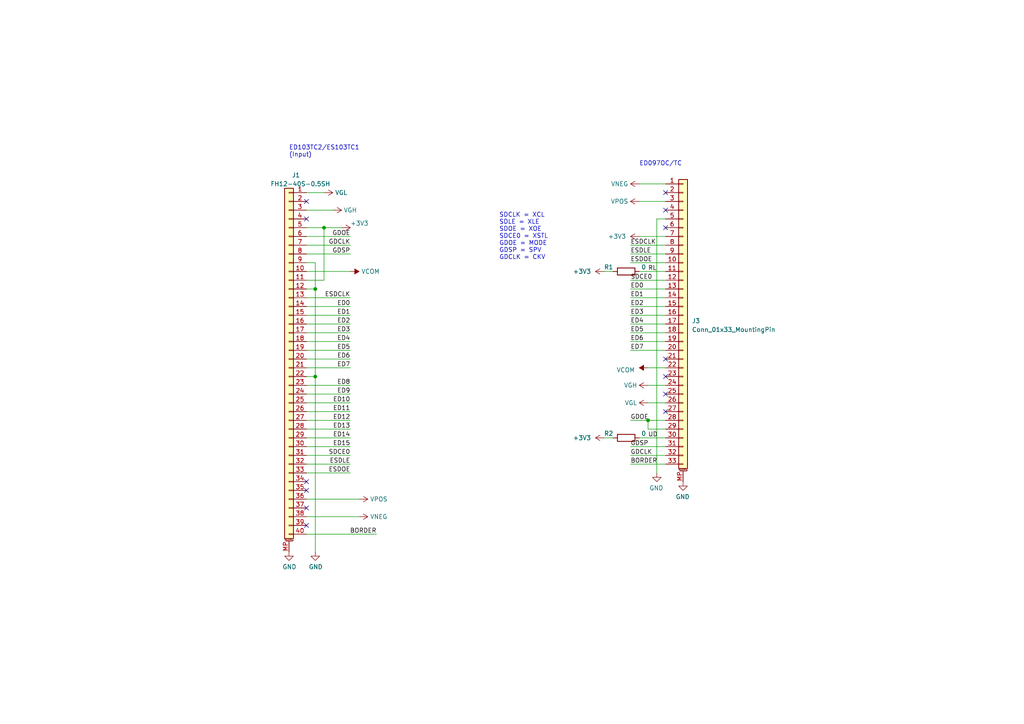
<source format=kicad_sch>
(kicad_sch (version 20231120) (generator "eeschema") (generator_version "8.0")
  (paper "A4")
  (lib_symbols
    (symbol "Connector_Generic_MountingPin:Conn_01x33_MountingPin" (pin_names (offset 1.016) hide)
      (property "Reference" "J" (at 0 43.18 0))
      (property "Value" "Conn_01x33_MountingPin" (at 1.27 -43.18 0))
      (symbol "Conn_01x33_MountingPin_1_1"
        (rectangle (start -1.27 -40.513) (end 0 -40.767) (stroke (width 0.1524)))
        (rectangle (start -1.27 -37.973) (end 0 -38.227) (stroke (width 0.1524)))
        (rectangle (start -1.27 -35.433) (end 0 -35.687) (stroke (width 0.1524)))
        (rectangle (start -1.27 -32.893) (end 0 -33.147) (stroke (width 0.1524)))
        (rectangle (start -1.27 -30.353) (end 0 -30.607) (stroke (width 0.1524)))
        (rectangle (start -1.27 -27.813) (end 0 -28.067) (stroke (width 0.1524)))
        (rectangle (start -1.27 -25.273) (end 0 -25.527) (stroke (width 0.1524)))
        (rectangle (start -1.27 -22.733) (end 0 -22.987) (stroke (width 0.1524)))
        (rectangle (start -1.27 -20.193) (end 0 -20.447) (stroke (width 0.1524)))
        (rectangle (start -1.27 -17.653) (end 0 -17.907) (stroke (width 0.1524)))
        (rectangle (start -1.27 -15.113) (end 0 -15.367) (stroke (width 0.1524)))
        (rectangle (start -1.27 -12.573) (end 0 -12.827) (stroke (width 0.1524)))
        (rectangle (start -1.27 -10.033) (end 0 -10.287) (stroke (width 0.1524)))
        (rectangle (start -1.27 -7.493) (end 0 -7.747) (stroke (width 0.1524)))
        (rectangle (start -1.27 -4.953) (end 0 -5.207) (stroke (width 0.1524)))
        (rectangle (start -1.27 -2.413) (end 0 -2.667) (stroke (width 0.1524)))
        (rectangle (start -1.27 0.127) (end 0 -0.127) (stroke (width 0.1524)))
        (rectangle (start -1.27 2.667) (end 0 2.413) (stroke (width 0.1524)))
        (rectangle (start -1.27 5.207) (end 0 4.953) (stroke (width 0.1524)))
        (rectangle (start -1.27 7.747) (end 0 7.493) (stroke (width 0.1524)))
        (rectangle (start -1.27 10.287) (end 0 10.033) (stroke (width 0.1524)))
        (rectangle (start -1.27 12.827) (end 0 12.573) (stroke (width 0.1524)))
        (rectangle (start -1.27 15.367) (end 0 15.113) (stroke (width 0.1524)))
        (rectangle (start -1.27 17.907) (end 0 17.653) (stroke (width 0.1524)))
        (rectangle (start -1.27 20.447) (end 0 20.193) (stroke (width 0.1524)))
        (rectangle (start -1.27 22.987) (end 0 22.733) (stroke (width 0.1524)))
        (rectangle (start -1.27 25.527) (end 0 25.273) (stroke (width 0.1524)))
        (rectangle (start -1.27 28.067) (end 0 27.813) (stroke (width 0.1524)))
        (rectangle (start -1.27 30.607) (end 0 30.353) (stroke (width 0.1524)))
        (rectangle (start -1.27 33.147) (end 0 32.893) (stroke (width 0.1524)))
        (rectangle (start -1.27 35.687) (end 0 35.433) (stroke (width 0.1524)))
        (rectangle (start -1.27 38.227) (end 0 37.973) (stroke (width 0.1524)))
        (rectangle (start -1.27 40.767) (end 0 40.513) (stroke (width 0.1524)))
        (rectangle (start -1.27 41.91) (end 1.27 -41.91) (stroke (width 0.254)) (fill (type background)))
        (polyline (pts (xy -1.016 -42.672) (xy 1.016 -42.672)) (stroke (width 0.1524)))
        (text "Mounting" (at 0 -42.291 0) (effects (font (size 0.381 0.381))))
        (pin passive line (at -5.08 40.64 0) (length 3.81) (name "Pin_1") (number "1"))
        (pin passive line (at -5.08 17.78 0) (length 3.81) (name "Pin_10") (number "10"))
        (pin passive line (at -5.08 15.24 0) (length 3.81) (name "Pin_11") (number "11"))
        (pin passive line (at -5.08 12.7 0) (length 3.81) (name "Pin_12") (number "12"))
        (pin passive line (at -5.08 10.16 0) (length 3.81) (name "Pin_13") (number "13"))
        (pin passive line (at -5.08 7.62 0) (length 3.81) (name "Pin_14") (number "14"))
        (pin passive line (at -5.08 5.08 0) (length 3.81) (name "Pin_15") (number "15"))
        (pin passive line (at -5.08 2.54 0) (length 3.81) (name "Pin_16") (number "16"))
        (pin passive line (at -5.08 0 0) (length 3.81) (name "Pin_17") (number "17"))
        (pin passive line (at -5.08 -2.54 0) (length 3.81) (name "Pin_18") (number "18"))
        (pin passive line (at -5.08 -5.08 0) (length 3.81) (name "Pin_19") (number "19"))
        (pin passive line (at -5.08 38.1 0) (length 3.81) (name "Pin_2") (number "2"))
        (pin passive line (at -5.08 -7.62 0) (length 3.81) (name "Pin_20") (number "20"))
        (pin passive line (at -5.08 -10.16 0) (length 3.81) (name "Pin_21") (number "21"))
        (pin passive line (at -5.08 -12.7 0) (length 3.81) (name "Pin_22") (number "22"))
        (pin passive line (at -5.08 -15.24 0) (length 3.81) (name "Pin_23") (number "23"))
        (pin passive line (at -5.08 -17.78 0) (length 3.81) (name "Pin_24") (number "24"))
        (pin passive line (at -5.08 -20.32 0) (length 3.81) (name "Pin_25") (number "25"))
        (pin passive line (at -5.08 -22.86 0) (length 3.81) (name "Pin_26") (number "26"))
        (pin passive line (at -5.08 -25.4 0) (length 3.81) (name "Pin_27") (number "27"))
        (pin passive line (at -5.08 -27.94 0) (length 3.81) (name "Pin_28") (number "28"))
        (pin passive line (at -5.08 -30.48 0) (length 3.81) (name "Pin_29") (number "29"))
        (pin passive line (at -5.08 35.56 0) (length 3.81) (name "Pin_3") (number "3"))
        (pin passive line (at -5.08 -33.02 0) (length 3.81) (name "Pin_30") (number "30"))
        (pin passive line (at -5.08 -35.56 0) (length 3.81) (name "Pin_31") (number "31"))
        (pin passive line (at -5.08 -38.1 0) (length 3.81) (name "Pin_32") (number "32"))
        (pin passive line (at -5.08 -40.64 0) (length 3.81) (name "Pin_33") (number "33"))
        (pin passive line (at -5.08 33.02 0) (length 3.81) (name "Pin_4") (number "4"))
        (pin passive line (at -5.08 30.48 0) (length 3.81) (name "Pin_5") (number "5"))
        (pin passive line (at -5.08 27.94 0) (length 3.81) (name "Pin_6") (number "6"))
        (pin passive line (at -5.08 25.4 0) (length 3.81) (name "Pin_7") (number "7"))
        (pin passive line (at -5.08 22.86 0) (length 3.81) (name "Pin_8") (number "8"))
        (pin passive line (at -5.08 20.32 0) (length 3.81) (name "Pin_9") (number "9"))
        (pin passive line (at 0 -45.72 90) (length 3.048) (name "MountPin") (number "MP"))
      )
    )
    (symbol "Connector_Generic_MountingPin:Conn_01x40_MountingPin" (pin_names (offset 1.016) hide)
      (property "Reference" "J" (at 0 50.8 0))
      (property "Value" "Conn_01x40_MountingPin" (at 1.27 -53.34 0))
      (symbol "Conn_01x40_MountingPin_1_1"
        (rectangle (start -1.27 -50.673) (end 0 -50.927) (stroke (width 0.1524)))
        (rectangle (start -1.27 -48.133) (end 0 -48.387) (stroke (width 0.1524)))
        (rectangle (start -1.27 -45.593) (end 0 -45.847) (stroke (width 0.1524)))
        (rectangle (start -1.27 -43.053) (end 0 -43.307) (stroke (width 0.1524)))
        (rectangle (start -1.27 -40.513) (end 0 -40.767) (stroke (width 0.1524)))
        (rectangle (start -1.27 -37.973) (end 0 -38.227) (stroke (width 0.1524)))
        (rectangle (start -1.27 -35.433) (end 0 -35.687) (stroke (width 0.1524)))
        (rectangle (start -1.27 -32.893) (end 0 -33.147) (stroke (width 0.1524)))
        (rectangle (start -1.27 -30.353) (end 0 -30.607) (stroke (width 0.1524)))
        (rectangle (start -1.27 -27.813) (end 0 -28.067) (stroke (width 0.1524)))
        (rectangle (start -1.27 -25.273) (end 0 -25.527) (stroke (width 0.1524)))
        (rectangle (start -1.27 -22.733) (end 0 -22.987) (stroke (width 0.1524)))
        (rectangle (start -1.27 -20.193) (end 0 -20.447) (stroke (width 0.1524)))
        (rectangle (start -1.27 -17.653) (end 0 -17.907) (stroke (width 0.1524)))
        (rectangle (start -1.27 -15.113) (end 0 -15.367) (stroke (width 0.1524)))
        (rectangle (start -1.27 -12.573) (end 0 -12.827) (stroke (width 0.1524)))
        (rectangle (start -1.27 -10.033) (end 0 -10.287) (stroke (width 0.1524)))
        (rectangle (start -1.27 -7.493) (end 0 -7.747) (stroke (width 0.1524)))
        (rectangle (start -1.27 -4.953) (end 0 -5.207) (stroke (width 0.1524)))
        (rectangle (start -1.27 -2.413) (end 0 -2.667) (stroke (width 0.1524)))
        (rectangle (start -1.27 0.127) (end 0 -0.127) (stroke (width 0.1524)))
        (rectangle (start -1.27 2.667) (end 0 2.413) (stroke (width 0.1524)))
        (rectangle (start -1.27 5.207) (end 0 4.953) (stroke (width 0.1524)))
        (rectangle (start -1.27 7.747) (end 0 7.493) (stroke (width 0.1524)))
        (rectangle (start -1.27 10.287) (end 0 10.033) (stroke (width 0.1524)))
        (rectangle (start -1.27 12.827) (end 0 12.573) (stroke (width 0.1524)))
        (rectangle (start -1.27 15.367) (end 0 15.113) (stroke (width 0.1524)))
        (rectangle (start -1.27 17.907) (end 0 17.653) (stroke (width 0.1524)))
        (rectangle (start -1.27 20.447) (end 0 20.193) (stroke (width 0.1524)))
        (rectangle (start -1.27 22.987) (end 0 22.733) (stroke (width 0.1524)))
        (rectangle (start -1.27 25.527) (end 0 25.273) (stroke (width 0.1524)))
        (rectangle (start -1.27 28.067) (end 0 27.813) (stroke (width 0.1524)))
        (rectangle (start -1.27 30.607) (end 0 30.353) (stroke (width 0.1524)))
        (rectangle (start -1.27 33.147) (end 0 32.893) (stroke (width 0.1524)))
        (rectangle (start -1.27 35.687) (end 0 35.433) (stroke (width 0.1524)))
        (rectangle (start -1.27 38.227) (end 0 37.973) (stroke (width 0.1524)))
        (rectangle (start -1.27 40.767) (end 0 40.513) (stroke (width 0.1524)))
        (rectangle (start -1.27 43.307) (end 0 43.053) (stroke (width 0.1524)))
        (rectangle (start -1.27 45.847) (end 0 45.593) (stroke (width 0.1524)))
        (rectangle (start -1.27 48.387) (end 0 48.133) (stroke (width 0.1524)))
        (rectangle (start -1.27 49.53) (end 1.27 -52.07) (stroke (width 0.254)) (fill (type background)))
        (polyline (pts (xy -1.016 -52.832) (xy 1.016 -52.832)) (stroke (width 0.1524)))
        (text "Mounting" (at 0 -52.451 0) (effects (font (size 0.381 0.381))))
        (pin passive line (at -5.08 48.26 0) (length 3.81) (name "Pin_1") (number "1"))
        (pin passive line (at -5.08 25.4 0) (length 3.81) (name "Pin_10") (number "10"))
        (pin passive line (at -5.08 22.86 0) (length 3.81) (name "Pin_11") (number "11"))
        (pin passive line (at -5.08 20.32 0) (length 3.81) (name "Pin_12") (number "12"))
        (pin passive line (at -5.08 17.78 0) (length 3.81) (name "Pin_13") (number "13"))
        (pin passive line (at -5.08 15.24 0) (length 3.81) (name "Pin_14") (number "14"))
        (pin passive line (at -5.08 12.7 0) (length 3.81) (name "Pin_15") (number "15"))
        (pin passive line (at -5.08 10.16 0) (length 3.81) (name "Pin_16") (number "16"))
        (pin passive line (at -5.08 7.62 0) (length 3.81) (name "Pin_17") (number "17"))
        (pin passive line (at -5.08 5.08 0) (length 3.81) (name "Pin_18") (number "18"))
        (pin passive line (at -5.08 2.54 0) (length 3.81) (name "Pin_19") (number "19"))
        (pin passive line (at -5.08 45.72 0) (length 3.81) (name "Pin_2") (number "2"))
        (pin passive line (at -5.08 0 0) (length 3.81) (name "Pin_20") (number "20"))
        (pin passive line (at -5.08 -2.54 0) (length 3.81) (name "Pin_21") (number "21"))
        (pin passive line (at -5.08 -5.08 0) (length 3.81) (name "Pin_22") (number "22"))
        (pin passive line (at -5.08 -7.62 0) (length 3.81) (name "Pin_23") (number "23"))
        (pin passive line (at -5.08 -10.16 0) (length 3.81) (name "Pin_24") (number "24"))
        (pin passive line (at -5.08 -12.7 0) (length 3.81) (name "Pin_25") (number "25"))
        (pin passive line (at -5.08 -15.24 0) (length 3.81) (name "Pin_26") (number "26"))
        (pin passive line (at -5.08 -17.78 0) (length 3.81) (name "Pin_27") (number "27"))
        (pin passive line (at -5.08 -20.32 0) (length 3.81) (name "Pin_28") (number "28"))
        (pin passive line (at -5.08 -22.86 0) (length 3.81) (name "Pin_29") (number "29"))
        (pin passive line (at -5.08 43.18 0) (length 3.81) (name "Pin_3") (number "3"))
        (pin passive line (at -5.08 -25.4 0) (length 3.81) (name "Pin_30") (number "30"))
        (pin passive line (at -5.08 -27.94 0) (length 3.81) (name "Pin_31") (number "31"))
        (pin passive line (at -5.08 -30.48 0) (length 3.81) (name "Pin_32") (number "32"))
        (pin passive line (at -5.08 -33.02 0) (length 3.81) (name "Pin_33") (number "33"))
        (pin passive line (at -5.08 -35.56 0) (length 3.81) (name "Pin_34") (number "34"))
        (pin passive line (at -5.08 -38.1 0) (length 3.81) (name "Pin_35") (number "35"))
        (pin passive line (at -5.08 -40.64 0) (length 3.81) (name "Pin_36") (number "36"))
        (pin passive line (at -5.08 -43.18 0) (length 3.81) (name "Pin_37") (number "37"))
        (pin passive line (at -5.08 -45.72 0) (length 3.81) (name "Pin_38") (number "38"))
        (pin passive line (at -5.08 -48.26 0) (length 3.81) (name "Pin_39") (number "39"))
        (pin passive line (at -5.08 40.64 0) (length 3.81) (name "Pin_4") (number "4"))
        (pin passive line (at -5.08 -50.8 0) (length 3.81) (name "Pin_40") (number "40"))
        (pin passive line (at -5.08 38.1 0) (length 3.81) (name "Pin_5") (number "5"))
        (pin passive line (at -5.08 35.56 0) (length 3.81) (name "Pin_6") (number "6"))
        (pin passive line (at -5.08 33.02 0) (length 3.81) (name "Pin_7") (number "7"))
        (pin passive line (at -5.08 30.48 0) (length 3.81) (name "Pin_8") (number "8"))
        (pin passive line (at -5.08 27.94 0) (length 3.81) (name "Pin_9") (number "9"))
        (pin passive line (at 0 -55.88 90) (length 3.048) (name "MountPin") (number "MP"))
      )
    )
    (symbol "Device:R" (pin_numbers hide) (pin_names (offset 0))
      (property "Reference" "R" (at 2.032 0 90))
      (property "Value" "R" (at 0 0 90))
      (symbol "R_0_1"
        (rectangle (start -1.016 -2.54) (end 1.016 2.54) (stroke (width 0.254)))
      )
      (symbol "R_1_1"
        (pin passive line (at 0 3.81 270) (length 1.27) (name "~") (number "1"))
        (pin passive line (at 0 -3.81 90) (length 1.27) (name "~") (number "2"))
      )
    )
    (symbol "power:+3V3" (power) (pin_names (offset 0))
      (property "Value" "+3V3" (at 0 3.556 0))
      (symbol "+3V3_0_1"
        (polyline (pts (xy -0.762 1.27) (xy 0 2.54)))
        (polyline (pts (xy 0 0) (xy 0 2.54)))
        (polyline (pts (xy 0 2.54) (xy 0.762 1.27)))
      )
      (symbol "+3V3_1_1"
        (pin power_in line (at 0 0 90) (length 0) hide (name "+3V3") (number "1"))
      )
    )
    (symbol "power:GND" (power) (pin_names (offset 0))
      (property "Value" "GND" (at 0 -3.81 0))
      (symbol "GND_0_1"
        (polyline (pts (xy 0 0) (xy 0 -1.27) (xy 1.27 -1.27) (xy 0 -2.54) (xy -1.27 -1.27) (xy 0 -1.27)))
      )
      (symbol "GND_1_1"
        (pin power_in line (at 0 0 270) (length 0) hide (name "GND") (number "1"))
      )
    )
    (symbol "power:VCOM" (power) (pin_names (offset 0))
      (property "Value" "VCOM" (at 0 3.81 0))
      (symbol "VCOM_0_1"
        (polyline (pts (xy 0 0) (xy 0 2.54)))
        (polyline (pts (xy 0.762 1.27) (xy -0.762 1.27) (xy 0 2.54) (xy 0.762 1.27)) (fill (type outline)))
      )
      (symbol "VCOM_1_1"
        (pin power_in line (at 0 0 90) (length 0) hide (name "VCOM") (number "1"))
      )
    )
    (symbol "symbols:VGH" (power) (pin_names (offset 0))
      (property "Value" "VGH" (at 0 3.556 0))
      (symbol "VGH_0_1"
        (polyline (pts (xy -0.762 1.27) (xy 0 2.54)))
        (polyline (pts (xy 0 0) (xy 0 2.54)))
        (polyline (pts (xy 0 2.54) (xy 0.762 1.27)))
      )
      (symbol "VGH_1_1"
        (pin power_in line (at 0 0 90) (length 0) hide (name "VGH") (number "1"))
      )
    )
    (symbol "symbols:VGL" (power) (pin_names (offset 0))
      (property "Value" "VGL" (at 0 3.556 0))
      (symbol "VGL_0_1"
        (polyline (pts (xy -0.762 1.27) (xy 0 2.54)))
        (polyline (pts (xy 0 0) (xy 0 2.54)))
        (polyline (pts (xy 0 2.54) (xy 0.762 1.27)))
      )
      (symbol "VGL_1_1"
        (pin power_in line (at 0 0 90) (length 0) hide (name "VGL") (number "1"))
      )
    )
    (symbol "symbols:VNEG" (power) (pin_names (offset 0))
      (property "Value" "VNEG" (at 0 3.556 0))
      (symbol "VNEG_0_1"
        (polyline (pts (xy -0.762 1.27) (xy 0 2.54)))
        (polyline (pts (xy 0 0) (xy 0 2.54)))
        (polyline (pts (xy 0 2.54) (xy 0.762 1.27)))
      )
      (symbol "VNEG_1_1"
        (pin power_in line (at 0 0 90) (length 0) hide (name "VNEG") (number "1"))
      )
    )
    (symbol "symbols:VPOS" (power) (pin_names (offset 0))
      (property "Value" "VPOS" (at 0 3.556 0))
      (symbol "VPOS_0_1"
        (polyline (pts (xy -0.762 1.27) (xy 0 2.54)))
        (polyline (pts (xy 0 0) (xy 0 2.54)))
        (polyline (pts (xy 0 2.54) (xy 0.762 1.27)))
      )
      (symbol "VPOS_1_1"
        (pin power_in line (at 0 0 90) (length 0) hide (name "VPOS") (number "1"))
      )
    )
  )
  (junction (at 187.96 121.92))
  (junction (at 91.44 83.82) (diameter 0.9144))
  (junction (at 93.98 66.04))
  (junction (at 91.44 109.22) (diameter 0.9144))
  (no_connect (at 88.9 139.7))
  (no_connect (at 193.04 55.88))
  (no_connect (at 193.04 104.14))
  (no_connect (at 193.04 119.38))
  (no_connect (at 88.9 147.32))
  (no_connect (at 88.9 58.42))
  (no_connect (at 193.04 114.3))
  (no_connect (at 88.9 142.24))
  (no_connect (at 88.9 152.4))
  (no_connect (at 193.04 66.04))
  (no_connect (at 88.9 63.5))
  (no_connect (at 193.04 109.22))
  (no_connect (at 193.04 60.96))
  (wire (pts (xy 187.96 106.68) (xy 193.04 106.68)))
  (wire (pts (xy 187.96 124.46) (xy 187.96 121.92)))
  (wire (pts (xy 88.9 88.9) (xy 101.6 88.9)))
  (wire (pts (xy 175.26 78.74) (xy 177.8 78.74)))
  (wire (pts (xy 88.9 91.44) (xy 101.6 91.44)))
  (wire (pts (xy 88.9 124.46) (xy 101.6 124.46)))
  (wire (pts (xy 185.42 78.74) (xy 193.04 78.74)))
  (wire (pts (xy 88.9 104.14) (xy 101.6 104.14)))
  (wire (pts (xy 88.9 129.54) (xy 101.6 129.54)))
  (wire (pts (xy 182.88 83.82) (xy 193.04 83.82)))
  (wire (pts (xy 93.98 81.28) (xy 88.9 81.28)))
  (wire (pts (xy 88.9 116.84) (xy 101.6 116.84)))
  (wire (pts (xy 185.42 68.58) (xy 193.04 68.58)))
  (wire (pts (xy 88.9 111.76) (xy 101.6 111.76)))
  (wire (pts (xy 182.88 101.6) (xy 193.04 101.6)))
  (wire (pts (xy 182.88 71.12) (xy 193.04 71.12)))
  (wire (pts (xy 182.88 96.52) (xy 193.04 96.52)))
  (wire (pts (xy 88.9 86.36) (xy 101.6 86.36)))
  (wire (pts (xy 182.88 73.66) (xy 193.04 73.66)))
  (wire (pts (xy 193.04 132.08) (xy 182.88 132.08)))
  (wire (pts (xy 88.9 137.16) (xy 101.6 137.16)))
  (wire (pts (xy 88.9 132.08) (xy 101.6 132.08)))
  (wire (pts (xy 93.98 55.88) (xy 88.9 55.88)))
  (wire (pts (xy 182.88 134.62) (xy 193.04 134.62)))
  (wire (pts (xy 182.88 91.44) (xy 193.04 91.44)))
  (wire (pts (xy 88.9 134.62) (xy 101.6 134.62)))
  (wire (pts (xy 88.9 101.6) (xy 101.6 101.6)))
  (wire (pts (xy 88.9 154.94) (xy 109.22 154.94)))
  (wire (pts (xy 91.44 83.82) (xy 88.9 83.82)))
  (wire (pts (xy 175.26 127) (xy 177.8 127)))
  (wire (pts (xy 193.04 121.92) (xy 187.96 121.92)))
  (wire (pts (xy 104.14 144.78) (xy 88.9 144.78)))
  (wire (pts (xy 91.44 76.2) (xy 91.44 83.82)))
  (wire (pts (xy 88.9 76.2) (xy 91.44 76.2)))
  (wire (pts (xy 93.98 66.04) (xy 93.98 81.28)))
  (wire (pts (xy 88.9 96.52) (xy 101.6 96.52)))
  (wire (pts (xy 88.9 106.68) (xy 101.6 106.68)))
  (wire (pts (xy 185.42 127) (xy 193.04 127)))
  (wire (pts (xy 187.96 116.84) (xy 193.04 116.84)))
  (wire (pts (xy 101.6 78.74) (xy 88.9 78.74)))
  (wire (pts (xy 190.5 63.5) (xy 190.5 137.16)))
  (wire (pts (xy 193.04 129.54) (xy 182.88 129.54)))
  (wire (pts (xy 88.9 114.3) (xy 101.6 114.3)))
  (wire (pts (xy 187.96 111.76) (xy 193.04 111.76)))
  (wire (pts (xy 88.9 149.86) (xy 104.14 149.86)))
  (wire (pts (xy 182.88 99.06) (xy 193.04 99.06)))
  (wire (pts (xy 96.52 60.96) (xy 88.9 60.96)))
  (wire (pts (xy 182.88 76.2) (xy 193.04 76.2)))
  (wire (pts (xy 182.88 86.36) (xy 193.04 86.36)))
  (wire (pts (xy 193.04 124.46) (xy 187.96 124.46)))
  (wire (pts (xy 88.9 121.92) (xy 101.6 121.92)))
  (wire (pts (xy 182.88 88.9) (xy 193.04 88.9)))
  (wire (pts (xy 99.06 66.04) (xy 93.98 66.04)))
  (wire (pts (xy 88.9 71.12) (xy 101.6 71.12)))
  (wire (pts (xy 88.9 73.66) (xy 101.6 73.66)))
  (wire (pts (xy 91.44 83.82) (xy 91.44 109.22)))
  (wire (pts (xy 91.44 109.22) (xy 91.44 160.02)))
  (wire (pts (xy 185.42 58.42) (xy 193.04 58.42)))
  (wire (pts (xy 88.9 119.38) (xy 101.6 119.38)))
  (wire (pts (xy 182.88 81.28) (xy 193.04 81.28)))
  (wire (pts (xy 91.44 109.22) (xy 88.9 109.22)))
  (wire (pts (xy 182.88 93.98) (xy 193.04 93.98)))
  (wire (pts (xy 193.04 63.5) (xy 190.5 63.5)))
  (wire (pts (xy 88.9 68.58) (xy 101.6 68.58)))
  (wire (pts (xy 88.9 99.06) (xy 101.6 99.06)))
  (wire (pts (xy 93.98 66.04) (xy 88.9 66.04)))
  (wire (pts (xy 88.9 127) (xy 101.6 127)))
  (wire (pts (xy 88.9 93.98) (xy 101.6 93.98)))
  (wire (pts (xy 185.42 53.34) (xy 193.04 53.34)))
  (wire (pts (xy 187.96 121.92) (xy 182.88 121.92)))
  (text "ED103TC2/ES103TC1\n(Input)" (at 83.82 45.72 0) (effects (font (size 1.27 1.27)) (justify left bottom)))
  (text "ED097OC/TC" (at 185.42 48.26 0) (effects (font (size 1.27 1.27)) (justify left bottom)))
  (text "SDCLK = XCL\nSDLE = XLE\nSDOE = XOE\nSDCE0 = XSTL\nGDOE = MODE\nGDSP = SPV\nGDCLK = CKV" (at 144.78 68.58 0) (effects (font (size 1.27 1.27)) (justify left)))
  (label "BORDER" (at 182.88 134.62 0))
  (label "ED10" (at 101.6 116.84 180))
  (label "ED3" (at 182.88 91.44 0))
  (label "ESDOE" (at 101.6 137.16 180))
  (label "ED4" (at 182.88 93.98 0))
  (label "ED2" (at 182.88 88.9 0))
  (label "UD" (at 187.96 127 0))
  (label "ED15" (at 101.6 129.54 180))
  (label "GDSP" (at 182.88 129.54 0))
  (label "GDCLK" (at 182.88 132.08 0))
  (label "ED12" (at 101.6 121.92 180))
  (label "ESDOE" (at 182.88 76.2 0))
  (label "ESDCLK" (at 101.6 86.36 180))
  (label "ED2" (at 101.6 93.98 180))
  (label "GDOE" (at 101.6 68.58 180))
  (label "ED7" (at 182.88 101.6 0))
  (label "ED11" (at 101.6 119.38 180))
  (label "ED13" (at 101.6 124.46 180))
  (label "ED5" (at 182.88 96.52 0))
  (label "ED3" (at 101.6 96.52 180))
  (label "RL" (at 187.96 78.74 0))
  (label "ESDLE" (at 182.88 73.66 0))
  (label "ESDCLK" (at 182.88 71.12 0))
  (label "ED4" (at 101.6 99.06 180))
  (label "GDSP" (at 101.6 73.66 180))
  (label "ED1" (at 182.88 86.36 0))
  (label "ED9" (at 101.6 114.3 180))
  (label "ESDLE" (at 101.6 134.62 180))
  (label "ED1" (at 101.6 91.44 180))
  (label "ED14" (at 101.6 127 180))
  (label "SDCE0" (at 101.6 132.08 180))
  (label "GDCLK" (at 101.6 71.12 180))
  (label "ED5" (at 101.6 101.6 180))
  (label "BORDER" (at 109.22 154.94 180))
  (label "SDCE0" (at 182.88 81.28 0))
  (label "ED6" (at 101.6 104.14 180))
  (label "ED0" (at 101.6 88.9 180))
  (label "GDOE" (at 182.88 121.92 0))
  (label "ED6" (at 182.88 99.06 0))
  (label "ED0" (at 182.88 83.82 0))
  (label "ED8" (at 101.6 111.76 180))
  (label "ED7" (at 101.6 106.68 180))
  (symbol (lib_id "power:+3V3") (at 185.42 68.58 90) (unit 1)
    (property "Reference" "#PWR023" (effects (hide yes)))
    (property "Value" "+3V3" (at 181.61 68.5799 90) (effects (justify left)))
  )
  (symbol (lib_id "Connector_Generic_MountingPin:Conn_01x33_MountingPin") (at 198.12 93.98 0) (unit 1)
    (property "Reference" "J3" (at 200.66 93.0655 0) (effects (justify left)))
    (property "Value" "Conn_01x33_MountingPin" (at 200.66 95.6055 0) (effects (justify left)))
    (property "Description" "Generic connectable mounting pin connector, single row, 01x33, script generated (kicad-library-utils/schlib/autogen/connector/)" (effects (hide yes)))
  )
  (symbol (lib_id "power:GND") (at 198.12 139.7 0) (mirror y) (unit 1)
    (property "Reference" "#PWR0102" (effects (hide yes)))
    (property "Value" "GND" (at 197.993 144.0942 0))
  )
  (symbol (lib_id "Device:R") (at 181.61 78.74 90) (unit 1)
    (property "Reference" "R1" (at 176.53 77.47 90))
    (property "Value" "0" (at 186.69 77.47 90))
    (property "Description" "Resistor" (effects (hide yes)))
  )
  (symbol (lib_id "power:+3V3") (at 99.06 66.04 270) (unit 1)
    (property "Reference" "#PWR0101" (effects (hide yes)))
    (property "Value" "+3V3" (at 101.6 64.77 90) (effects (justify left)))
  )
  (symbol (lib_id "power:VCOM") (at 187.96 106.68 90) (unit 1)
    (property "Reference" "#PWR024" (effects (hide yes)))
    (property "Value" "VCOM" (at 184.15 107.3149 90) (effects (justify left)))
  )
  (symbol (lib_id "symbols:VGL") (at 187.96 116.84 90) (unit 1)
    (property "Reference" "#PWR026" (effects (hide yes)))
    (property "Value" "VGL" (at 184.785 116.8399 90) (effects (justify left)))
  )
  (symbol (lib_id "symbols:VGH") (at 187.96 111.76 90) (unit 1)
    (property "Reference" "#PWR025" (effects (hide yes)))
    (property "Value" "VGH" (at 182.88 111.76 90))
  )
  (symbol (lib_id "power:GND") (at 190.5 137.16 0) (mirror y) (unit 1)
    (property "Reference" "#PWR0103" (effects (hide yes)))
    (property "Value" "GND" (at 190.373 141.5542 0))
  )
  (symbol (lib_id "symbols:VGL") (at 93.98 55.88 270) (mirror x) (unit 1)
    (property "Reference" "#PWR03" (effects (hide yes)))
    (property "Value" "VGL" (at 97.155 55.8799 90) (effects (justify left)))
  )
  (symbol (lib_id "symbols:VGH") (at 96.52 60.96 270) (mirror x) (unit 1)
    (property "Reference" "#PWR05" (effects (hide yes)))
    (property "Value" "VGH" (at 101.6 60.96 90))
  )
  (symbol (lib_id "symbols:VNEG") (at 104.14 149.86 270) (mirror x) (unit 1)
    (property "Reference" "#PWR09" (effects (hide yes)))
    (property "Value" "VNEG" (at 109.855 149.86 90))
  )
  (symbol (lib_id "power:+3V3") (at 175.26 127 90) (unit 1)
    (property "Reference" "#PWR06" (effects (hide yes)))
    (property "Value" "+3V3" (at 171.45 126.9999 90) (effects (justify left)))
  )
  (symbol (lib_id "power:+3V3") (at 175.26 78.74 90) (unit 1)
    (property "Reference" "#PWR04" (effects (hide yes)))
    (property "Value" "+3V3" (at 171.45 78.7399 90) (effects (justify left)))
  )
  (symbol (lib_id "symbols:VPOS") (at 185.42 58.42 90) (unit 1)
    (property "Reference" "#PWR022" (effects (hide yes)))
    (property "Value" "VPOS" (at 182.245 58.4199 90) (effects (justify left)))
  )
  (symbol (lib_id "symbols:VNEG") (at 185.42 53.34 90) (unit 1)
    (property "Reference" "#PWR021" (effects (hide yes)))
    (property "Value" "VNEG" (at 179.705 53.34 90))
  )
  (symbol (lib_id "symbols:VPOS") (at 104.14 144.78 270) (mirror x) (unit 1)
    (property "Reference" "#PWR08" (effects (hide yes)))
    (property "Value" "VPOS" (at 107.315 144.7799 90) (effects (justify left)))
  )
  (symbol (lib_id "power:GND") (at 83.82 160.02 0) (unit 1)
    (property "Reference" "#PWR01" (effects (hide yes)))
    (property "Value" "GND" (at 83.947 164.4142 0))
  )
  (symbol (lib_id "power:GND") (at 91.44 160.02 0) (unit 1)
    (property "Reference" "#PWR02" (effects (hide yes)))
    (property "Value" "GND" (at 91.567 164.4142 0))
  )
  (symbol (lib_id "power:VCOM") (at 101.6 78.74 270) (mirror x) (unit 1)
    (property "Reference" "#PWR07" (effects (hide yes)))
    (property "Value" "VCOM" (at 104.775 78.7399 90) (effects (justify left)))
  )
  (symbol (lib_id "Connector_Generic_MountingPin:Conn_01x40_MountingPin") (at 83.82 104.14 0) (mirror y) (unit 1)
    (property "Reference" "J1" (at 85.852 50.8 0))
    (property "Value" "FH12-40S-0.5SH" (at 87.122 53.34 0))
    (property "Footprint" "footprints:Hirose_FH12-40S-0.5SH_1x40-1MP_P0.50mm_Horizontal_Reversed" (effects (hide yes)))
  )
  (symbol (lib_id "Device:R") (at 181.61 127 90) (unit 1)
    (property "Reference" "R2" (at 176.53 125.73 90))
    (property "Value" "0" (at 186.69 125.73 90))
    (property "Description" "Resistor" (effects (hide yes)))
  )
)
</source>
